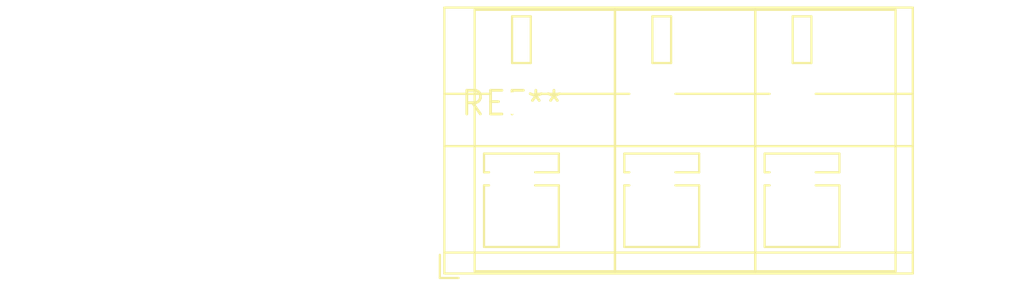
<source format=kicad_pcb>
(kicad_pcb (version 20240108) (generator pcbnew)
  (layers (0 "F.Cu" signal) (31 "B.Cu" signal) (34 "B.Paste" user) (35 "F.Paste" user) (36 "B.SilkS" user "B.Silkscreen") (37 "F.SilkS" user "F.Silkscreen") (38 "B.Mask" user) (39 "F.Mask" user) (44 "Edge.Cuts" user))
  (net 0 "")
  (footprint "TerminalBlock_WAGO_236-503_1x03_P7.50mm_45Degree" (layer "F.Cu") (at 0 0)
    (property "Reference" "REF**")
    (property "Value" "TerminalBlock_WAGO_236-503_1x03_P7.50mm_45Degree")
    (fp_line (start -3.86 8.12) (end -3.86 9.36) (layer "F.SilkS") (stroke (width 0.12)))
    (fp_line (start -3.86 9.36) (end -2.86 9.36) (layer "F.SilkS") (stroke (width 0.12)))
    (fp_line (start -3.62 -5.12) (end -3.62 9.12) (layer "F.SilkS") (stroke (width 0.12)))
    (fp_line (start -3.62 -5.12) (end 21.42 -5.12) (layer "F.SilkS") (stroke (width 0.12)))
    (fp_line (start -3.62 -0.5) (end -1.23 -0.5) (layer "F.SilkS") (stroke (width 0.12)))
    (fp_line (start -3.62 2.3) (end 21.42 2.3) (layer "F.SilkS") (stroke (width 0.12)))
    (fp_line (start -3.62 8) (end 21.42 8) (layer "F.SilkS") (stroke (width 0.12)))
    (fp_line (start -3.62 9.12) (end 21.42 9.12) (layer "F.SilkS") (stroke (width 0.12)))
    (fp_line (start -2 -5) (end -2 9) (layer "F.SilkS") (stroke (width 0.12)))
    (fp_line (start -2 -5) (end 5.5 -5) (layer "F.SilkS") (stroke (width 0.12)))
    (fp_line (start -2 9) (end 5.5 9) (layer "F.SilkS") (stroke (width 0.12)))
    (fp_line (start -1.5 2.7) (end -1.5 3.7) (layer "F.SilkS") (stroke (width 0.12)))
    (fp_line (start -1.5 2.7) (end 2.5 2.7) (layer "F.SilkS") (stroke (width 0.12)))
    (fp_line (start -1.5 3.7) (end -1.23 3.7) (layer "F.SilkS") (stroke (width 0.12)))
    (fp_line (start -1.5 4.4) (end -1.5 7.7) (layer "F.SilkS") (stroke (width 0.12)))
    (fp_line (start -1.5 4.4) (end -1.23 4.4) (layer "F.SilkS") (stroke (width 0.12)))
    (fp_line (start -1.5 7.7) (end 2.5 7.7) (layer "F.SilkS") (stroke (width 0.12)))
    (fp_line (start 0 -4.65) (end 0 -2.151) (layer "F.SilkS") (stroke (width 0.12)))
    (fp_line (start 0 -4.65) (end 1 -4.65) (layer "F.SilkS") (stroke (width 0.12)))
    (fp_line (start 0 -2.151) (end 1 -2.151) (layer "F.SilkS") (stroke (width 0.12)))
    (fp_line (start 1 -4.65) (end 1 -2.151) (layer "F.SilkS") (stroke (width 0.12)))
    (fp_line (start 1.23 -0.5) (end 6.27 -0.5) (layer "F.SilkS") (stroke (width 0.12)))
    (fp_line (start 1.23 3.7) (end 2.5 3.7) (layer "F.SilkS") (stroke (width 0.12)))
    (fp_line (start 1.23 4.4) (end 2.5 4.4) (layer "F.SilkS") (stroke (width 0.12)))
    (fp_line (start 2.5 2.7) (end 2.5 3.7) (layer "F.SilkS") (stroke (width 0.12)))
    (fp_line (start 2.5 4.4) (end 2.5 7.7) (layer "F.SilkS") (stroke (width 0.12)))
    (fp_line (start 5.5 -5) (end 5.5 9) (layer "F.SilkS") (stroke (width 0.12)))
    (fp_line (start 5.5 -5) (end 5.5 9) (layer "F.SilkS") (stroke (width 0.12)))
    (fp_line (start 5.5 -5) (end 13 -5) (layer "F.SilkS") (stroke (width 0.12)))
    (fp_line (start 5.5 9) (end 13 9) (layer "F.SilkS") (stroke (width 0.12)))
    (fp_line (start 6 2.7) (end 6 3.7) (layer "F.SilkS") (stroke (width 0.12)))
    (fp_line (start 6 2.7) (end 10 2.7) (layer "F.SilkS") (stroke (width 0.12)))
    (fp_line (start 6 3.7) (end 6.27 3.7) (layer "F.SilkS") (stroke (width 0.12)))
    (fp_line (start 6 4.4) (end 6 7.7) (layer "F.SilkS") (stroke (width 0.12)))
    (fp_line (start 6 4.4) (end 6.27 4.4) (layer "F.SilkS") (stroke (width 0.12)))
    (fp_line (start 6 7.7) (end 10 7.7) (layer "F.SilkS") (stroke (width 0.12)))
    (fp_line (start 7.5 -4.65) (end 7.5 -2.151) (layer "F.SilkS") (stroke (width 0.12)))
    (fp_line (start 7.5 -4.65) (end 8.5 -4.65) (layer "F.SilkS") (stroke (width 0.12)))
    (fp_line (start 7.5 -2.151) (end 8.5 -2.151) (layer "F.SilkS") (stroke (width 0.12)))
    (fp_line (start 8.5 -4.65) (end 8.5 -2.151) (layer "F.SilkS") (stroke (width 0.12)))
    (fp_line (start 8.73 -0.5) (end 13.77 -0.5) (layer "F.SilkS") (stroke (width 0.12)))
    (fp_line (start 8.73 3.7) (end 10 3.7) (layer "F.SilkS") (stroke (width 0.12)))
    (fp_line (start 8.73 4.4) (end 10 4.4) (layer "F.SilkS") (stroke (width 0.12)))
    (fp_line (start 10 2.7) (end 10 3.7) (layer "F.SilkS") (stroke (width 0.12)))
    (fp_line (start 10 4.4) (end 10 7.7) (layer "F.SilkS") (stroke (width 0.12)))
    (fp_line (start 13 -5) (end 13 9) (layer "F.SilkS") (stroke (width 0.12)))
    (fp_line (start 13 -5) (end 13 9) (layer "F.SilkS") (stroke (width 0.12)))
    (fp_line (start 13 -5) (end 20.5 -5) (layer "F.SilkS") (stroke (width 0.12)))
    (fp_line (start 13 9) (end 20.5 9) (layer "F.SilkS") (stroke (width 0.12)))
    (fp_line (start 13.5 2.7) (end 13.5 3.7) (layer "F.SilkS") (stroke (width 0.12)))
    (fp_line (start 13.5 2.7) (end 17.5 2.7) (layer "F.SilkS") (stroke (width 0.12)))
    (fp_line (start 13.5 3.7) (end 13.77 3.7) (layer "F.SilkS") (stroke (width 0.12)))
    (fp_line (start 13.5 4.4) (end 13.5 7.7) (layer "F.SilkS") (stroke (width 0.12)))
    (fp_line (start 13.5 4.4) (end 13.77 4.4) (layer "F.SilkS") (stroke (width 0.12)))
    (fp_line (start 13.5 7.7) (end 17.5 7.7) (layer "F.SilkS") (stroke (width 0.12)))
    (fp_line (start 15 -4.65) (end 15 -2.151) (layer "F.SilkS") (stroke (width 0.12)))
    (fp_line (start 15 -4.65) (end 16 -4.65) (layer "F.SilkS") (stroke (width 0.12)))
    (fp_line (start 15 -2.151) (end 16 -2.151) (layer "F.SilkS") (stroke (width 0.12)))
    (fp_line (start 16 -4.65) (end 16 -2.151) (layer "F.SilkS") (stroke (width 0.12)))
    (fp_line (start 16.23 -0.5) (end 21.42 -0.5) (layer "F.SilkS") (stroke (width 0.12)))
    (fp_line (start 16.23 3.7) (end 17.5 3.7) (layer "F.SilkS") (stroke (width 0.12)))
    (fp_line (start 16.23 4.4) (end 17.5 4.4) (layer "F.SilkS") (stroke (width 0.12)))
    (fp_line (start 17.5 2.7) (end 17.5 3.7) (layer "F.SilkS") (stroke (width 0.12)))
    (fp_line (start 17.5 4.4) (end 17.5 7.7) (layer "F.SilkS") (stroke (width 0.12)))
    (fp_line (start 20.5 -5) (end 20.5 9) (layer "F.SilkS") (stroke (width 0.12)))
    (fp_line (start 21.42 -5.12) (end 21.42 9.12) (layer "F.SilkS") (stroke (width 0.12)))
    (pad "1" thru_hole rect (at 0 0) (size 1.5 3) (drill 1.15) (layers *.Cu *.Mask) (remove_unused_layers))
    (pad "1" thru_hole rect (at 0 5) (size 1.5 3) (drill 1.15) (layers *.Cu *.Mask) (remove_unused_layers))
    (pad "2" thru_hole oval (at 7.5 0) (size 1.5 3) (drill 1.15) (layers *.Cu *.Mask) (remove_unused_layers))
    (pad "2" thru_hole oval (at 7.5 5) (size 1.5 3) (drill 1.15) (layers *.Cu *.Mask) (remove_unused_layers))
    (pad "3" thru_hole oval (at 15 0) (size 1.5 3) (drill 1.15) (layers *.Cu *.Mask) (remove_unused_layers))
    (pad "3" thru_hole oval (at 15 5) (size 1.5 3) (drill 1.15) (layers *.Cu *.Mask) (remove_unused_layers))
  )
)
</source>
